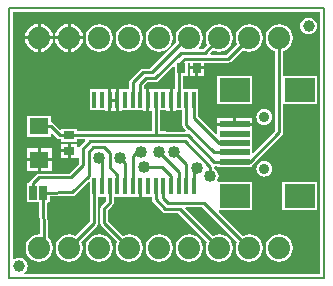
<source format=gtl>
G04 Layer_Physical_Order=1*
G04 Layer_Color=255*
%FSLAX25Y25*%
%MOIN*%
G70*
G01*
G75*
%ADD10R,0.02756X0.03543*%
%ADD11R,0.03543X0.02756*%
%ADD12R,0.06299X0.05512*%
%ADD13R,0.09843X0.01969*%
%ADD14R,0.09843X0.07874*%
%ADD15R,0.02500X0.05000*%
%ADD16R,0.01370X0.05500*%
G04:AMPARAMS|DCode=17|XSize=39.37mil|YSize=39.37mil|CornerRadius=19.68mil|HoleSize=0mil|Usage=FLASHONLY|Rotation=0.000|XOffset=0mil|YOffset=0mil|HoleType=Round|Shape=RoundedRectangle|*
%AMROUNDEDRECTD17*
21,1,0.03937,0.00000,0,0,0.0*
21,1,0.00000,0.03937,0,0,0.0*
1,1,0.03937,0.00000,0.00000*
1,1,0.03937,0.00000,0.00000*
1,1,0.03937,0.00000,0.00000*
1,1,0.03937,0.00000,0.00000*
%
%ADD17ROUNDEDRECTD17*%
%ADD18C,0.01000*%
%ADD19C,0.00800*%
%ADD20C,0.03543*%
%ADD21C,0.07400*%
%ADD22C,0.04000*%
G36*
X203777Y101224D02*
X105151D01*
X104981Y101724D01*
X105375Y102025D01*
X105818Y102604D01*
X106097Y103277D01*
X106192Y104000D01*
X106097Y104723D01*
X105818Y105396D01*
X105375Y105974D01*
X104796Y106418D01*
X104123Y106697D01*
X103400Y106792D01*
X102677Y106697D01*
X102004Y106418D01*
X101724Y106203D01*
X101224Y106450D01*
Y188777D01*
X203777D01*
Y101224D01*
D02*
G37*
%LPC*%
G36*
X119500Y141941D02*
X117228D01*
Y140063D01*
X119500D01*
Y141941D01*
D02*
G37*
G36*
Y144819D02*
X117228D01*
Y142941D01*
X119500D01*
Y144819D01*
D02*
G37*
G36*
X109500Y143244D02*
X105851D01*
Y139988D01*
X109500D01*
Y143244D01*
D02*
G37*
G36*
X114149D02*
X110500D01*
Y139988D01*
X114149D01*
Y143244D01*
D02*
G37*
G36*
X181079Y153284D02*
X175657D01*
Y151799D01*
X181079D01*
Y153284D01*
D02*
G37*
G36*
X132984Y163144D02*
X131799D01*
Y162944D01*
X126881D01*
Y155844D01*
X131799D01*
Y155644D01*
X132984D01*
Y159394D01*
Y163144D01*
D02*
G37*
G36*
X185000Y156255D02*
X184329Y156166D01*
X183703Y155907D01*
X183166Y155495D01*
X182754Y154958D01*
X182495Y154332D01*
X182406Y153661D01*
X182495Y152990D01*
X182754Y152364D01*
X183166Y151827D01*
X183703Y151415D01*
X184329Y151156D01*
X185000Y151067D01*
X185671Y151156D01*
X186297Y151415D01*
X186834Y151827D01*
X187246Y152364D01*
X187505Y152990D01*
X187594Y153661D01*
X187505Y154332D01*
X187246Y154958D01*
X186834Y155495D01*
X186297Y155907D01*
X185671Y156166D01*
X185000Y156255D01*
D02*
G37*
G36*
X174657Y153284D02*
X169236D01*
Y151799D01*
X174657D01*
Y153284D01*
D02*
G37*
G36*
X160000Y114539D02*
X158825Y114384D01*
X157731Y113931D01*
X156791Y113209D01*
X156069Y112269D01*
X155616Y111175D01*
X155461Y110000D01*
X155616Y108825D01*
X156069Y107731D01*
X156791Y106791D01*
X157731Y106069D01*
X158825Y105616D01*
X160000Y105461D01*
X161175Y105616D01*
X162269Y106069D01*
X163209Y106791D01*
X163931Y107731D01*
X164384Y108825D01*
X164539Y110000D01*
X164384Y111175D01*
X163931Y112269D01*
X163209Y113209D01*
X162269Y113931D01*
X161175Y114384D01*
X160000Y114539D01*
D02*
G37*
G36*
X190000D02*
X188825Y114384D01*
X187731Y113931D01*
X186791Y113209D01*
X186069Y112269D01*
X185616Y111175D01*
X185461Y110000D01*
X185616Y108825D01*
X186069Y107731D01*
X186791Y106791D01*
X187731Y106069D01*
X188825Y105616D01*
X190000Y105461D01*
X191175Y105616D01*
X192269Y106069D01*
X193209Y106791D01*
X193931Y107731D01*
X194384Y108825D01*
X194539Y110000D01*
X194384Y111175D01*
X193931Y112269D01*
X193209Y113209D01*
X192269Y113931D01*
X191175Y114384D01*
X190000Y114539D01*
D02*
G37*
G36*
X130000D02*
X128825Y114384D01*
X127731Y113931D01*
X126791Y113209D01*
X126069Y112269D01*
X125616Y111175D01*
X125461Y110000D01*
X125616Y108825D01*
X126069Y107731D01*
X126791Y106791D01*
X127731Y106069D01*
X128825Y105616D01*
X130000Y105461D01*
X131175Y105616D01*
X132269Y106069D01*
X133209Y106791D01*
X133931Y107731D01*
X134384Y108825D01*
X134539Y110000D01*
X134384Y111175D01*
X133931Y112269D01*
X133209Y113209D01*
X132269Y113931D01*
X131175Y114384D01*
X130000Y114539D01*
D02*
G37*
G36*
X150000D02*
X148825Y114384D01*
X147731Y113931D01*
X146791Y113209D01*
X146069Y112269D01*
X145616Y111175D01*
X145461Y110000D01*
X145616Y108825D01*
X146069Y107731D01*
X146791Y106791D01*
X147731Y106069D01*
X148825Y105616D01*
X150000Y105461D01*
X151175Y105616D01*
X152269Y106069D01*
X153209Y106791D01*
X153931Y107731D01*
X154384Y108825D01*
X154539Y110000D01*
X154384Y111175D01*
X153931Y112269D01*
X153209Y113209D01*
X152269Y113931D01*
X151175Y114384D01*
X150000Y114539D01*
D02*
G37*
G36*
X109500Y138988D02*
X105851D01*
Y135732D01*
X109500D01*
Y138988D01*
D02*
G37*
G36*
X114149D02*
X110500D01*
Y135732D01*
X114149D01*
Y138988D01*
D02*
G37*
G36*
X202533Y132020D02*
X191089D01*
Y122546D01*
X202533D01*
Y132020D01*
D02*
G37*
G36*
X185000Y138933D02*
X184329Y138844D01*
X183703Y138585D01*
X183166Y138173D01*
X182754Y137636D01*
X182495Y137010D01*
X182406Y136339D01*
X182495Y135668D01*
X182754Y135042D01*
X183166Y134505D01*
X183703Y134093D01*
X184329Y133834D01*
X185000Y133745D01*
X185671Y133834D01*
X186297Y134093D01*
X186834Y134505D01*
X187246Y135042D01*
X187505Y135668D01*
X187594Y136339D01*
X187505Y137010D01*
X187246Y137636D01*
X186834Y138173D01*
X186297Y138585D01*
X185671Y138844D01*
X185000Y138933D01*
D02*
G37*
G36*
X190000Y184539D02*
X188825Y184384D01*
X187731Y183931D01*
X186791Y183209D01*
X186069Y182269D01*
X185616Y181175D01*
X185461Y180000D01*
X185616Y178825D01*
X186069Y177731D01*
X186791Y176791D01*
X187731Y176069D01*
X188674Y175678D01*
Y149049D01*
X181340Y141715D01*
X180878Y141906D01*
Y146365D01*
Y149314D01*
X181079D01*
Y150799D01*
X175157D01*
X169236D01*
Y149314D01*
X169436D01*
Y148092D01*
X168974Y147901D01*
X162960Y153915D01*
Y155844D01*
X163119D01*
Y162944D01*
X157842D01*
Y167429D01*
X159619D01*
Y171765D01*
X160181D01*
Y170500D01*
X164937D01*
Y171765D01*
X173090D01*
X173597Y171865D01*
X174027Y172153D01*
X175362Y173488D01*
X177881Y176007D01*
X178825Y175616D01*
X180000Y175461D01*
X181175Y175616D01*
X182269Y176069D01*
X183209Y176791D01*
X183931Y177731D01*
X184384Y178825D01*
X184539Y180000D01*
X184384Y181175D01*
X183931Y182269D01*
X183209Y183209D01*
X182269Y183931D01*
X181175Y184384D01*
X180000Y184539D01*
X178825Y184384D01*
X177731Y183931D01*
X176791Y183209D01*
X176069Y182269D01*
X175616Y181175D01*
X175461Y180000D01*
X175616Y178825D01*
X176007Y177881D01*
X172541Y174416D01*
X167155D01*
X166957Y174875D01*
X167990Y175962D01*
X168825Y175616D01*
X170000Y175461D01*
X171175Y175616D01*
X172269Y176069D01*
X173209Y176791D01*
X173931Y177731D01*
X174384Y178825D01*
X174539Y180000D01*
X174384Y181175D01*
X173931Y182269D01*
X173209Y183209D01*
X172269Y183931D01*
X171175Y184384D01*
X170000Y184539D01*
X168825Y184384D01*
X167731Y183931D01*
X166791Y183209D01*
X166069Y182269D01*
X165616Y181175D01*
X165461Y180000D01*
X165616Y178825D01*
X166053Y177771D01*
X164632Y176277D01*
X163322Y176280D01*
X163162Y176754D01*
X163209Y176791D01*
X163931Y177731D01*
X164384Y178825D01*
X164539Y180000D01*
X164384Y181175D01*
X163931Y182269D01*
X163209Y183209D01*
X162269Y183931D01*
X161175Y184384D01*
X160000Y184539D01*
X158825Y184384D01*
X157731Y183931D01*
X156791Y183209D01*
X156069Y182269D01*
X155616Y181175D01*
X155461Y180000D01*
X155616Y178825D01*
X155714Y178588D01*
X146951Y169825D01*
X144500D01*
X143993Y169725D01*
X143563Y169437D01*
X140224Y166098D01*
X139936Y165668D01*
X139836Y165161D01*
Y162944D01*
X137728D01*
Y163144D01*
X136543D01*
Y159394D01*
Y155644D01*
X137728D01*
Y155844D01*
X144595D01*
Y155644D01*
X145780D01*
Y159394D01*
Y163144D01*
X145045D01*
Y164171D01*
X146053Y165178D01*
X148618Y165195D01*
X148858Y165244D01*
X149099Y165288D01*
X149111Y165296D01*
X149125Y165299D01*
X149328Y165436D01*
X149533Y165569D01*
X154803Y170686D01*
X155263Y170492D01*
Y169380D01*
X155191Y169016D01*
Y163144D01*
X154457D01*
Y159394D01*
Y155644D01*
X155642D01*
Y155844D01*
X157749D01*
Y150925D01*
X157850Y150418D01*
X158138Y149988D01*
X158838Y149287D01*
X158647Y148826D01*
X152738D01*
X152441Y148884D01*
X150164D01*
Y155844D01*
X152272D01*
Y155644D01*
X153457D01*
Y159394D01*
Y163144D01*
X152272D01*
Y162944D01*
X147965D01*
Y163144D01*
X146780D01*
Y159394D01*
Y155644D01*
X147513D01*
Y148884D01*
X122572D01*
Y149737D01*
X117429D01*
Y149599D01*
X116967Y149408D01*
X114925Y151449D01*
X114495Y151737D01*
X113988Y151838D01*
X113950D01*
Y154068D01*
X106051D01*
Y146956D01*
X113950D01*
Y148023D01*
X114411Y148214D01*
X116004Y146622D01*
X116434Y146334D01*
X116941Y146233D01*
X117429D01*
Y145381D01*
X122572D01*
Y146233D01*
X125206D01*
X125397Y145772D01*
X123563Y143937D01*
X123275Y143507D01*
X123272Y143488D01*
X122772Y143537D01*
Y144819D01*
X120500D01*
Y142441D01*
Y140063D01*
X122675D01*
X122772Y140063D01*
X123175Y139829D01*
Y138049D01*
X119951Y134826D01*
X110000D01*
X109493Y134725D01*
X109063Y134437D01*
X107063Y132437D01*
X107053Y132423D01*
X107039Y132413D01*
X106910Y132208D01*
X106775Y132007D01*
X106772Y131990D01*
X106763Y131975D01*
X106731Y131790D01*
X106028D01*
Y125190D01*
X110114D01*
X110161Y114680D01*
X110000Y114539D01*
X108825Y114384D01*
X107731Y113931D01*
X106791Y113209D01*
X106069Y112269D01*
X105616Y111175D01*
X105461Y110000D01*
X105616Y108825D01*
X106069Y107731D01*
X106791Y106791D01*
X107731Y106069D01*
X108825Y105616D01*
X110000Y105461D01*
X111175Y105616D01*
X112269Y106069D01*
X113209Y106791D01*
X113931Y107731D01*
X114384Y108825D01*
X114539Y110000D01*
X114384Y111175D01*
X113931Y112269D01*
X113209Y113209D01*
X112817Y113511D01*
X112767Y124836D01*
X113119Y125190D01*
X113475D01*
Y127167D01*
X121001Y127174D01*
X121256Y127225D01*
X121507Y127275D01*
X121508Y127276D01*
X121509Y127276D01*
X121726Y127421D01*
X121937Y127563D01*
X126419Y132045D01*
X126881Y131853D01*
Y127056D01*
X127041D01*
Y118915D01*
X122119Y113993D01*
X121175Y114384D01*
X120000Y114539D01*
X118825Y114384D01*
X117731Y113931D01*
X116791Y113209D01*
X116069Y112269D01*
X115616Y111175D01*
X115461Y110000D01*
X115616Y108825D01*
X116069Y107731D01*
X116791Y106791D01*
X117731Y106069D01*
X118825Y105616D01*
X120000Y105461D01*
X121175Y105616D01*
X122269Y106069D01*
X123209Y106791D01*
X123931Y107731D01*
X124384Y108825D01*
X124539Y110000D01*
X124384Y111175D01*
X123993Y112119D01*
X129303Y117429D01*
X129591Y117859D01*
X129692Y118366D01*
Y127056D01*
X132159D01*
Y125593D01*
X130803Y124237D01*
X130515Y123807D01*
X130414Y123300D01*
Y118260D01*
X130515Y117753D01*
X130803Y117323D01*
X136007Y112119D01*
X135616Y111175D01*
X135461Y110000D01*
X135616Y108825D01*
X136069Y107731D01*
X136791Y106791D01*
X137731Y106069D01*
X138825Y105616D01*
X140000Y105461D01*
X141175Y105616D01*
X142269Y106069D01*
X143209Y106791D01*
X143931Y107731D01*
X144384Y108825D01*
X144539Y110000D01*
X144384Y111175D01*
X143931Y112269D01*
X143209Y113209D01*
X142269Y113931D01*
X141175Y114384D01*
X140000Y114539D01*
X138825Y114384D01*
X137881Y113993D01*
X133065Y118809D01*
Y122751D01*
X134421Y124107D01*
X134709Y124537D01*
X134810Y125044D01*
Y127056D01*
X142035D01*
Y126856D01*
X143220D01*
Y130606D01*
X144220D01*
Y126856D01*
X145405D01*
Y127056D01*
X147513D01*
Y126161D01*
X147614Y125654D01*
X147902Y125224D01*
X151063Y122063D01*
X151493Y121775D01*
X152000Y121675D01*
X156451D01*
X166007Y112119D01*
X165616Y111175D01*
X165461Y110000D01*
X165616Y108825D01*
X166069Y107731D01*
X166791Y106791D01*
X167731Y106069D01*
X168825Y105616D01*
X170000Y105461D01*
X171175Y105616D01*
X172269Y106069D01*
X173209Y106791D01*
X173931Y107731D01*
X174384Y108825D01*
X174539Y110000D01*
X174384Y111175D01*
X173931Y112269D01*
X173209Y113209D01*
X172269Y113931D01*
X171175Y114384D01*
X170000Y114539D01*
X168825Y114384D01*
X167881Y113993D01*
X158662Y123213D01*
X158853Y123674D01*
X164451D01*
X176007Y112119D01*
X175616Y111175D01*
X175461Y110000D01*
X175616Y108825D01*
X176069Y107731D01*
X176791Y106791D01*
X177731Y106069D01*
X178825Y105616D01*
X180000Y105461D01*
X181175Y105616D01*
X182269Y106069D01*
X183209Y106791D01*
X183931Y107731D01*
X184384Y108825D01*
X184539Y110000D01*
X184384Y111175D01*
X183931Y112269D01*
X183209Y113209D01*
X182269Y113931D01*
X181175Y114384D01*
X180000Y114539D01*
X178825Y114384D01*
X177881Y113993D01*
X169828Y122046D01*
X170036Y122546D01*
X180878D01*
Y132020D01*
X169825D01*
X169640Y132020D01*
X169374Y132495D01*
X169446Y132588D01*
X169728Y133269D01*
X169824Y134000D01*
X169728Y134731D01*
X169446Y135412D01*
X168997Y135997D01*
X168412Y136446D01*
X168325Y136482D01*
Y137000D01*
X168761Y137375D01*
X169436D01*
Y136916D01*
X180878D01*
Y137590D01*
X181138Y137764D01*
X190937Y147563D01*
X191225Y147993D01*
X191325Y148500D01*
Y157980D01*
X202533D01*
Y167454D01*
X191325D01*
Y175678D01*
X192269Y176069D01*
X193209Y176791D01*
X193931Y177731D01*
X194384Y178825D01*
X194539Y180000D01*
X194384Y181175D01*
X193931Y182269D01*
X193209Y183209D01*
X192269Y183931D01*
X191175Y184384D01*
X190000Y184539D01*
D02*
G37*
G36*
X109500Y184675D02*
X108773Y184579D01*
X107630Y184105D01*
X106648Y183352D01*
X105895Y182370D01*
X105421Y181227D01*
X105325Y180500D01*
X109500D01*
Y184675D01*
D02*
G37*
G36*
X140000Y184539D02*
X138825Y184384D01*
X137731Y183931D01*
X136791Y183209D01*
X136069Y182269D01*
X135616Y181175D01*
X135461Y180000D01*
X135616Y178825D01*
X136069Y177731D01*
X136791Y176791D01*
X137731Y176069D01*
X138825Y175616D01*
X140000Y175461D01*
X141175Y175616D01*
X142269Y176069D01*
X143209Y176791D01*
X143931Y177731D01*
X144384Y178825D01*
X144539Y180000D01*
X144384Y181175D01*
X143931Y182269D01*
X143209Y183209D01*
X142269Y183931D01*
X141175Y184384D01*
X140000Y184539D01*
D02*
G37*
G36*
X150000D02*
X148825Y184384D01*
X147731Y183931D01*
X146791Y183209D01*
X146069Y182269D01*
X145616Y181175D01*
X145461Y180000D01*
X145616Y178825D01*
X146069Y177731D01*
X146791Y176791D01*
X147731Y176069D01*
X148825Y175616D01*
X150000Y175461D01*
X151175Y175616D01*
X152269Y176069D01*
X153209Y176791D01*
X153931Y177731D01*
X154384Y178825D01*
X154539Y180000D01*
X154384Y181175D01*
X153931Y182269D01*
X153209Y183209D01*
X152269Y183931D01*
X151175Y184384D01*
X150000Y184539D01*
D02*
G37*
G36*
X120500Y184675D02*
Y180500D01*
X124675D01*
X124579Y181227D01*
X124105Y182370D01*
X123352Y183352D01*
X122370Y184105D01*
X121227Y184579D01*
X120500Y184675D01*
D02*
G37*
G36*
X199800Y186792D02*
X199077Y186697D01*
X198404Y186418D01*
X197826Y185975D01*
X197382Y185396D01*
X197103Y184723D01*
X197008Y184000D01*
X197103Y183277D01*
X197382Y182604D01*
X197826Y182026D01*
X198404Y181582D01*
X199077Y181303D01*
X199800Y181208D01*
X200523Y181303D01*
X201196Y181582D01*
X201775Y182026D01*
X202218Y182604D01*
X202497Y183277D01*
X202592Y184000D01*
X202497Y184723D01*
X202218Y185396D01*
X201775Y185975D01*
X201196Y186418D01*
X200523Y186697D01*
X199800Y186792D01*
D02*
G37*
G36*
X119500Y184675D02*
X118773Y184579D01*
X117630Y184105D01*
X116648Y183352D01*
X115895Y182370D01*
X115421Y181227D01*
X115325Y180500D01*
X119500D01*
Y184675D01*
D02*
G37*
G36*
X110500D02*
Y180500D01*
X114675D01*
X114579Y181227D01*
X114105Y182370D01*
X113352Y183352D01*
X112370Y184105D01*
X111227Y184579D01*
X110500Y184675D01*
D02*
G37*
G36*
X130000Y184539D02*
X128825Y184384D01*
X127731Y183931D01*
X126791Y183209D01*
X126069Y182269D01*
X125616Y181175D01*
X125461Y180000D01*
X125616Y178825D01*
X126069Y177731D01*
X126791Y176791D01*
X127731Y176069D01*
X128825Y175616D01*
X130000Y175461D01*
X131175Y175616D01*
X132269Y176069D01*
X133209Y176791D01*
X133931Y177731D01*
X134384Y178825D01*
X134539Y180000D01*
X134384Y181175D01*
X133931Y182269D01*
X133209Y183209D01*
X132269Y183931D01*
X131175Y184384D01*
X130000Y184539D01*
D02*
G37*
G36*
X162059Y169500D02*
X160181D01*
Y167228D01*
X162059D01*
Y169500D01*
D02*
G37*
G36*
X164937D02*
X163059D01*
Y167228D01*
X164937D01*
Y169500D01*
D02*
G37*
G36*
X135543Y163144D02*
X133984D01*
Y159394D01*
Y155644D01*
X135543D01*
Y159394D01*
Y163144D01*
D02*
G37*
G36*
X180878Y167454D02*
X169436D01*
Y157980D01*
X180878D01*
Y167454D01*
D02*
G37*
G36*
X114675Y179500D02*
X110500D01*
Y175325D01*
X111227Y175421D01*
X112370Y175895D01*
X113352Y176648D01*
X114105Y177630D01*
X114579Y178773D01*
X114675Y179500D01*
D02*
G37*
G36*
X124675D02*
X120500D01*
Y175325D01*
X121227Y175421D01*
X122370Y175895D01*
X123352Y176648D01*
X124105Y177630D01*
X124579Y178773D01*
X124675Y179500D01*
D02*
G37*
G36*
X109500D02*
X105325D01*
X105421Y178773D01*
X105895Y177630D01*
X106648Y176648D01*
X107630Y175895D01*
X108773Y175421D01*
X109500Y175325D01*
Y179500D01*
D02*
G37*
G36*
X119500D02*
X115325D01*
X115421Y178773D01*
X115895Y177630D01*
X116648Y176648D01*
X117630Y175895D01*
X118773Y175421D01*
X119500Y175325D01*
Y179500D01*
D02*
G37*
%LPD*%
D10*
X157441Y170000D02*
D03*
X162559D02*
D03*
D11*
X120000Y147559D02*
D03*
Y142441D02*
D03*
D12*
X110000Y139488D02*
D03*
Y150512D02*
D03*
D13*
X175157Y145000D02*
D03*
Y141850D02*
D03*
Y151299D02*
D03*
Y148150D02*
D03*
Y138701D02*
D03*
D14*
X196811Y162717D02*
D03*
Y127283D02*
D03*
X175157Y162717D02*
D03*
Y127283D02*
D03*
D15*
X108078Y128490D02*
D03*
X111425D02*
D03*
D16*
X128366Y159394D02*
D03*
X130925D02*
D03*
X133484D02*
D03*
X136043D02*
D03*
X138602D02*
D03*
X141161D02*
D03*
X143720D02*
D03*
X148839D02*
D03*
X146280D02*
D03*
X151398D02*
D03*
X153957D02*
D03*
X156516D02*
D03*
X159075D02*
D03*
X161634D02*
D03*
X128366Y130606D02*
D03*
X130925D02*
D03*
X133484D02*
D03*
X136043D02*
D03*
X138602D02*
D03*
X141161D02*
D03*
X143720D02*
D03*
X146280D02*
D03*
X148839D02*
D03*
X151398D02*
D03*
X153957D02*
D03*
X156516D02*
D03*
X159075D02*
D03*
X161634D02*
D03*
D17*
X103400Y104000D02*
D03*
X199800Y184000D02*
D03*
D18*
X144500Y168500D02*
X147500D01*
X148610Y166520D02*
X157311Y174970D01*
X156516Y169016D02*
X157500Y170000D01*
X173090Y173090D02*
X173500Y173500D01*
X173090Y173090D02*
X174425Y174425D01*
X133500Y159000D02*
X133894Y159394D01*
X148941Y147559D02*
X149000Y147500D01*
X148839Y147661D02*
X148941Y147559D01*
X149000D01*
X120000D02*
X148941D01*
X133484Y159016D02*
X133500Y159000D01*
X133484Y159016D02*
Y159394D01*
X133894D02*
X136043D01*
X168701Y151299D02*
X175157D01*
X165000Y155000D02*
X168701Y151299D01*
X153957Y154043D02*
Y159394D01*
Y154043D02*
X155500Y152500D01*
X168150Y141850D02*
X175157D01*
X159075Y150925D02*
Y159394D01*
Y150925D02*
X168150Y141850D01*
X170000Y145000D02*
X175157D01*
X161634Y153366D02*
Y159394D01*
Y153366D02*
X170000Y145000D01*
X149000Y147559D02*
X152441D01*
X149000Y147500D02*
Y147559D01*
X148839Y147661D02*
Y159394D01*
X110000Y150512D02*
X113988D01*
X116941Y147559D02*
X120000D01*
X113988Y150512D02*
X116941Y147559D01*
X168299Y138701D02*
X175157D01*
X159500Y147500D02*
X168299Y138701D01*
X152441Y147559D02*
X152500Y147500D01*
X159500D01*
X175157Y138701D02*
X180201D01*
X190000Y148500D01*
Y180000D01*
X128366Y118366D02*
Y130606D01*
X120000Y110000D02*
X128366Y118366D01*
X138602Y130606D02*
Y138398D01*
X137000Y140000D02*
X138602Y138398D01*
X131740Y118260D02*
X140000Y110000D01*
X131740Y118260D02*
Y123300D01*
X133484Y125044D01*
Y130606D01*
X153957D02*
Y134043D01*
X151000Y137000D02*
X153957Y134043D01*
X145000Y137000D02*
X151000D01*
X130925Y130606D02*
Y139075D01*
X130000Y140000D02*
X130925Y139075D01*
X148839Y126161D02*
Y130606D01*
Y126161D02*
X152000Y123000D01*
X157000D01*
X170000Y110000D01*
X151398Y126602D02*
Y130606D01*
Y126602D02*
X153000Y125000D01*
X165000D01*
X180000Y110000D01*
X142500Y142000D02*
X144000D01*
X141161Y130606D02*
Y140661D01*
X142500Y142000D01*
X141161Y159394D02*
Y165161D01*
X144500Y168500D01*
X159000Y180000D02*
X160000D01*
X147500Y168500D02*
X159000Y180000D01*
X143720Y159394D02*
Y164720D01*
X145500Y166500D01*
X148610Y166520D01*
X157311Y174970D02*
X165200Y174950D01*
X170000Y180000D01*
X159075Y130606D02*
Y137925D01*
X155000Y142000D02*
X159075Y137925D01*
X161634Y130606D02*
Y135634D01*
X162500Y136500D01*
X156516Y130606D02*
Y135484D01*
X150000Y142000D02*
X156516Y135484D01*
X108000Y131500D02*
X108078Y128490D01*
X108000Y131500D02*
X110000Y133500D01*
X120500D01*
X124500Y137500D01*
Y143000D01*
X127000Y145500D01*
X158500D01*
X167000Y137000D01*
Y134000D02*
Y137000D01*
X157441Y170000D02*
X157500D01*
X156516Y159394D02*
Y169016D01*
X157441Y170000D02*
Y171941D01*
X174425Y174425D02*
X180000Y180000D01*
X157441Y171941D02*
X158590Y173090D01*
X173090D01*
X136043Y130606D02*
Y134457D01*
X133500Y137000D02*
X136043Y134457D01*
X111425Y128490D02*
X121000Y128500D01*
X133500Y137000D02*
Y141500D01*
X131500Y143500D02*
X133500Y141500D01*
X128000Y143500D02*
X131500D01*
X126500Y142000D02*
X128000Y143500D01*
X126500Y134000D02*
Y142000D01*
X121000Y128500D02*
X126500Y134000D01*
X111425Y128490D02*
X111500Y111500D01*
X110000Y110000D02*
X111500Y111500D01*
D19*
X100000Y190000D02*
X205000D01*
Y100000D02*
Y190000D01*
X100000Y100000D02*
X205000D01*
X100000D02*
Y190000D01*
D20*
X185000Y136339D02*
D03*
Y153661D02*
D03*
D21*
X190000Y180000D02*
D03*
X180000D02*
D03*
X170000D02*
D03*
X160000D02*
D03*
X150000D02*
D03*
X140000D02*
D03*
X130000D02*
D03*
X120000D02*
D03*
X110000D02*
D03*
Y110000D02*
D03*
X120000D02*
D03*
X130000D02*
D03*
X140000D02*
D03*
X150000D02*
D03*
X160000D02*
D03*
X170000D02*
D03*
X180000D02*
D03*
X190000D02*
D03*
D22*
X155500Y152500D02*
D03*
X135120Y120710D02*
D03*
X183070Y170700D02*
D03*
X137000Y140000D02*
D03*
X145000Y137000D02*
D03*
X130000Y140000D02*
D03*
X144000Y142000D02*
D03*
X155000D02*
D03*
X162500Y136500D02*
D03*
X150000Y142000D02*
D03*
X167000Y134000D02*
D03*
M02*

</source>
